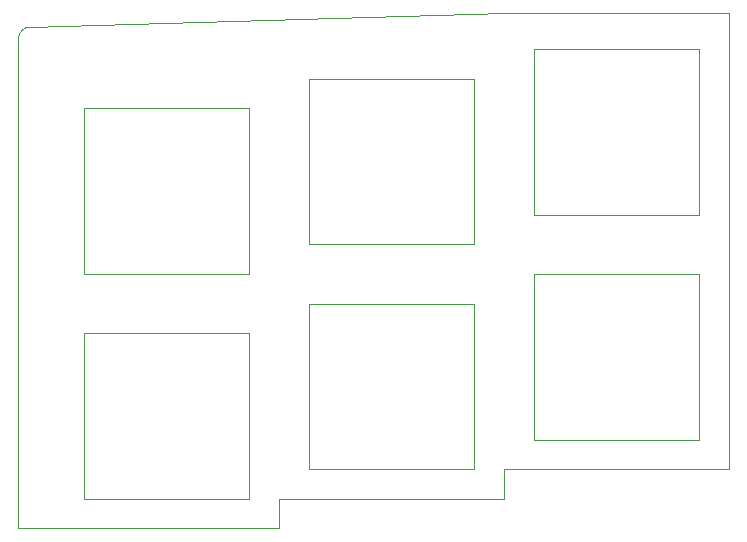
<source format=gbr>
%TF.GenerationSoftware,KiCad,Pcbnew,(7.0.0-0)*%
%TF.CreationDate,2023-04-09T15:37:06-07:00*%
%TF.ProjectId,sofle_click_keyplate_C,736f666c-655f-4636-9c69-636b5f6b6579,rev?*%
%TF.SameCoordinates,Original*%
%TF.FileFunction,Profile,NP*%
%FSLAX46Y46*%
G04 Gerber Fmt 4.6, Leading zero omitted, Abs format (unit mm)*
G04 Created by KiCad (PCBNEW (7.0.0-0)) date 2023-04-09 15:37:06*
%MOMM*%
%LPD*%
G01*
G04 APERTURE LIST*
%TA.AperFunction,Profile*%
%ADD10C,0.100000*%
%TD*%
%TA.AperFunction,Profile*%
%ADD11C,0.120000*%
%TD*%
G04 APERTURE END LIST*
D10*
X158264214Y-72269214D02*
X139214214Y-72269214D01*
X158264214Y-72269214D02*
X158264214Y-33640000D01*
X120164214Y-74769214D02*
X120164214Y-77269214D01*
X99114214Y-34811314D02*
G75*
G03*
X98114214Y-35811321I-14J-999986D01*
G01*
X139214214Y-74769214D02*
X120164214Y-74769214D01*
X139214214Y-74769214D02*
X139214214Y-72269214D01*
X99114214Y-34811321D02*
X139189214Y-33644214D01*
X98119214Y-77269214D02*
X98114214Y-35811321D01*
X139189214Y-33644214D02*
X158264214Y-33640000D01*
X120164214Y-77269214D02*
X98119214Y-77269214D01*
D11*
%TO.C,SW1*%
X117639214Y-55694214D02*
X103639214Y-55694214D01*
X103639214Y-55694214D02*
X103639214Y-41694214D01*
X103639214Y-41694214D02*
X117639214Y-41694214D01*
X117639214Y-41694214D02*
X117639214Y-55694214D01*
%TO.C,SW8*%
X136689214Y-72244214D02*
X122689214Y-72244214D01*
X122689214Y-72244214D02*
X122689214Y-58244214D01*
X122689214Y-58244214D02*
X136689214Y-58244214D01*
X136689214Y-58244214D02*
X136689214Y-72244214D01*
%TO.C,SW7*%
X117639214Y-74744214D02*
X103639214Y-74744214D01*
X103639214Y-74744214D02*
X103639214Y-60744214D01*
X103639214Y-60744214D02*
X117639214Y-60744214D01*
X117639214Y-60744214D02*
X117639214Y-74744214D01*
%TO.C,SW2*%
X136689214Y-53194214D02*
X122689214Y-53194214D01*
X122689214Y-53194214D02*
X122689214Y-39194214D01*
X122689214Y-39194214D02*
X136689214Y-39194214D01*
X136689214Y-39194214D02*
X136689214Y-53194214D01*
%TO.C,SW9*%
X155739214Y-69744214D02*
X141739214Y-69744214D01*
X141739214Y-69744214D02*
X141739214Y-55744214D01*
X141739214Y-55744214D02*
X155739214Y-55744214D01*
X155739214Y-55744214D02*
X155739214Y-69744214D01*
%TO.C,SW3*%
X155739214Y-50694214D02*
X141739214Y-50694214D01*
X141739214Y-50694214D02*
X141739214Y-36694214D01*
X141739214Y-36694214D02*
X155739214Y-36694214D01*
X155739214Y-36694214D02*
X155739214Y-50694214D01*
%TD*%
M02*

</source>
